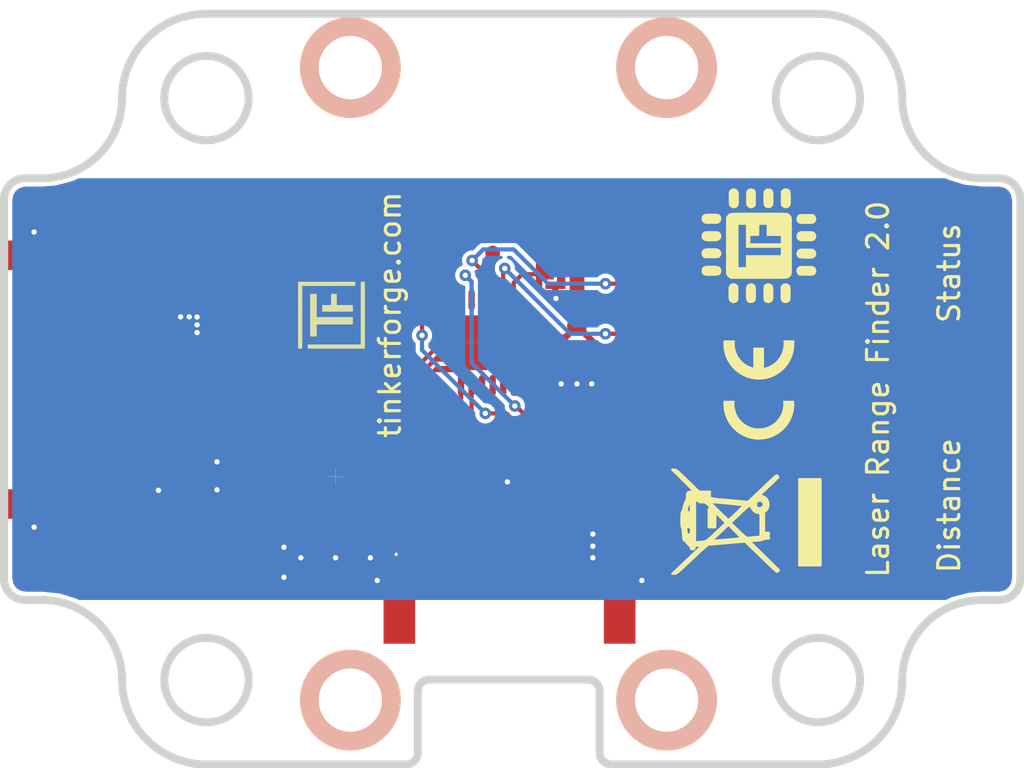
<source format=kicad_pcb>
(kicad_pcb (version 20171130) (host pcbnew 5.0.0-fee4fd1~66~ubuntu16.04.1)
  (title_block (title "Laser Range Finder Bricklet") (rev 1.0) (company "Tinkerforge GmbH") (comment 1 "Licensed under CERN OHL v.1.1") (comment 2 "Copyright (©) 2015, B.Nordmeyer <bastian@tinkerforge.com>"))
  (layers (0 Vorderseite jumper) (31 Rückseite signal) (34 B.Paste user) (35 F.Paste user) (36 B.SilkS user) (37 F.SilkS user) (38 B.Mask user) (39 F.Mask user) (44 Edge.Cuts user))
  (net 0 "")
  (net 1 GND)
  (net 2 +5V)
  (net 3 SCL)
  (net 4 SDA)
  (net 5 "Net-(P1-Pad6)")
  (net 6 ENABLE)
  (net 7 "Net-(C1-Pad1)")
  (net 8 3V3)
  (net 9 "Net-(C6-Pad1)")
  (net 10 "Net-(P1-Pad4)")
  (net 11 "Net-(P1-Pad5)")
  (net 12 "Net-(P2-Pad1)")
  (net 13 "Net-(P3-Pad2)")
  (net 14 "Net-(P4-Pad3)")
  (net 15 S-MISO)
  (net 16 S-MOSI)
  (net 17 S-CLK)
  (net 18 S-CS)
  (net 19 "Net-(RP2-Pad2)")
  (net 20 "Net-(RP2-Pad3)")
  (net 21 "Net-(RP2-Pad6)")
  (net 22 "Net-(RP2-Pad7)")
  (net 23 "Net-(U1-Pad3)")
  (net 24 "Net-(U1-Pad4)")
  (net 25 "Net-(U1-Pad5)")
  (net 26 "Net-(U1-Pad6)")
  (net 27 "Net-(U1-Pad8)")
  (net 28 "Net-(U1-Pad11)")
  (net 29 "Net-(U1-Pad12)")
  (net 30 "Net-(U1-Pad18)")
  (net 31 "Net-(U1-Pad21)")
  (net 32 "Net-(U1-Pad20)")
  (net 33 "Net-(U1-Pad7)")
  (net 34 "Net-(RP2-Pad5)")
  (net 35 "Net-(RP2-Pad8)")
  (net 36 "Net-(RP3-Pad2)")
  (net 37 "Net-(RP3-Pad3)")
  (net 38 "Net-(RP3-Pad6)")
  (net 39 "Net-(RP3-Pad7)")
  (net 40 "Net-(D1-Pad2)")
  (net 41 "Net-(D2-Pad2)")
  (net 42 "Net-(RP3-Pad5)")
  (module JST_GHR_6 (layer Vorderseite) (at 134.425 113.45)
    (fp_text reference P4)
    (fp_text value JST_GHR_6)
    (pad 1 smd rect (at -3.125 -2.35) (size 0.6 1.85) (layers Vorderseite F.Paste F.Mask) (net 9 "Net-(C6-Pad1)"))
    (pad 2 smd rect (at -1.875 -2.35) (size 0.6 1.85) (layers Vorderseite F.Paste F.Mask) (net 6 ENABLE))
    (pad 3 smd rect (at -0.625 -2.35) (size 0.6 1.85) (layers Vorderseite F.Paste F.Mask) (net 14 "Net-(P4-Pad3)"))
    (pad 4 smd rect (at 0.625 -2.35) (size 0.6 1.85) (layers Vorderseite F.Paste F.Mask) (net 3 SCL))
    (pad 5 smd rect (at 1.875 -2.35) (size 0.6 1.85) (layers Vorderseite F.Paste F.Mask) (net 4 SDA))
    (pad 6 smd rect (at 3.125 -2.35) (size 0.6 1.85) (layers Vorderseite F.Paste F.Mask) (net 1 GND))
    (pad EP smd rect (at 5.225 0.925) (size 1.5 2.7) (layers Vorderseite F.Paste F.Mask) (net 1 GND))
    (pad EP smd rect (at -5.225 0.925) (size 1.5 2.7) (layers Vorderseite F.Paste F.Mask) (net 1 GND))
  )
  (module C0402E (layer Vorderseite) (at 119.075 107.8 270)
    (fp_text reference C1)
    (fp_text value 220pF)
    (pad 1 smd rect (at -0.65 0 270) (size 0.7 0.9) (layers Vorderseite F.Paste F.Mask) (net 7 "Net-(C1-Pad1)"))
    (pad 2 smd rect (at 0.65 0 270) (size 0.7 0.9) (layers Vorderseite F.Paste F.Mask) (net 1 GND))
  )
  (module C0603F (layer Vorderseite) (at 137.625 101.4 270)
    (fp_text reference C4)
    (fp_text value 100nF)
    (pad 1 smd rect (at -0.75 0 270) (size 0.9 0.9) (layers Vorderseite F.Paste F.Mask) (net 8 3V3))
    (pad 2 smd rect (at 0.75 0 270) (size 0.9 0.9) (layers Vorderseite F.Paste F.Mask) (net 1 GND))
  )
  (module C0603E (layer Vorderseite) (at 122.15 111.875)
    (fp_text reference C5)
    (fp_text value 1µF)
    (pad 1 smd rect (at -0.8501 0) (size 1.1 1) (layers Vorderseite F.Paste F.Mask) (net 2 +5V))
    (pad 2 smd rect (at 0.8501 0) (size 1.1 1) (layers Vorderseite F.Paste F.Mask) (net 1 GND))
  )
  (module C0603E (layer Vorderseite) (at 122.1 107.75 180)
    (fp_text reference C6)
    (fp_text value 1µF)
    (pad 1 smd rect (at -0.8501 0 180) (size 1.1 1) (layers Vorderseite F.Paste F.Mask) (net 9 "Net-(C6-Pad1)"))
    (pad 2 smd rect (at 0.8501 0 180) (size 1.1 1) (layers Vorderseite F.Paste F.Mask) (net 1 GND))
  )
  (module 3528-21 (layer Vorderseite) (at 126.175 109.2 270)
    (fp_text reference C7)
    (fp_text value 100µF)
    (pad 1 smd rect (at -1.40048 0 270) (size 1.59954 2.79908) (layers Vorderseite F.Paste F.Mask) (net 9 "Net-(C6-Pad1)") (clearance 0.14986))
    (pad 2 smd rect (at 1.40048 0 270) (size 1.59954 2.79908) (layers Vorderseite F.Paste F.Mask) (net 1 GND) (clearance 0.14986))
  )
  (module D0603F (layer Vorderseite) (at 156.8 98.15 270)
    (fp_text reference D1)
    (fp_text value BLUE)
    (pad 1 smd rect (at -0.75 0 270) (size 0.9 0.9) (layers Vorderseite F.Paste F.Mask) (net 8 3V3))
    (pad 2 smd rect (at 0.75 0 270) (size 0.9 0.9) (layers Vorderseite F.Paste F.Mask) (net 40 "Net-(D1-Pad2)"))
  )
  (module CON-SENSOR2 (layer Vorderseite) (at 110.645 103.2 270)
    (fp_text reference P1)
    (fp_text value CON-SENSOR2)
    (pad 1 smd rect (at -3.75 -4.6 270) (size 0.6 1.8) (layers Vorderseite F.Paste F.Mask) (net 2 +5V))
    (pad 2 smd rect (at -2.5 -4.6 270) (size 0.6 1.8) (layers Vorderseite F.Paste F.Mask) (net 1 GND))
    (pad EP smd rect (at -5.9 -1.2 270) (size 1.4 2.4) (layers Vorderseite F.Paste F.Mask) (net 1 GND))
    (pad EP smd rect (at 5.9 -1.2 270) (size 1.4 2.4) (layers Vorderseite F.Paste F.Mask) (net 1 GND))
    (pad 3 smd rect (at -1.25 -4.6 270) (size 0.6 1.8) (layers Vorderseite F.Paste F.Mask) (net 8 3V3))
    (pad 4 smd rect (at 0 -4.6 270) (size 0.6 1.8) (layers Vorderseite F.Paste F.Mask) (net 10 "Net-(P1-Pad4)"))
    (pad 5 smd rect (at 1.25 -4.6 270) (size 0.6 1.8) (layers Vorderseite F.Paste F.Mask) (net 11 "Net-(P1-Pad5)"))
    (pad 6 smd rect (at 2.5 -4.6 270) (size 0.6 1.8) (layers Vorderseite F.Paste F.Mask) (net 5 "Net-(P1-Pad6)"))
    (pad 7 smd rect (at 3.75 -4.6 270) (size 0.6 1.8) (layers Vorderseite F.Paste F.Mask) (net 7 "Net-(C1-Pad1)"))
  )
  (module DEBUG_PAD (layer Vorderseite) (at 133.625 97.2)
    (fp_text reference P2)
    (fp_text value DEBUG)
    (pad 1 smd circle (at 0 0) (size 0.7 0.7) (layers Vorderseite F.Paste F.Mask) (net 12 "Net-(P2-Pad1)"))
  )
  (module SolderJumper (layer Vorderseite) (at 136.375 98.2 180)
    (fp_text reference P3)
    (fp_text value BOOT)
    (pad 2 smd rect (at 0.55 0 180) (size 0.3 1.4) (layers Vorderseite F.Mask) (net 13 "Net-(P3-Pad2)"))
    (pad 2 smd rect (at 0.15 0 180) (size 0.6 0.5) (layers Vorderseite F.Mask) (net 13 "Net-(P3-Pad2)"))
    (pad 1 smd rect (at -0.5 0 180) (size 0.4 1.4) (layers Vorderseite F.Mask) (net 1 GND))
    (pad 1 smd rect (at -0.225 0.55 180) (size 0.95 0.3) (layers Vorderseite F.Mask) (net 1 GND))
    (pad 1 smd rect (at -0.225 -0.55 180) (size 0.95 0.3) (layers Vorderseite F.Mask) (net 1 GND))
  )
  (module 4X0603 (layer Vorderseite) (at 141.225 99.85 270)
    (fp_text reference RP2)
    (fp_text value 1k)
    (pad 1 smd rect (at -1.19888 -0.8509 270) (size 0.44958 0.89916) (layers Vorderseite F.Paste F.Mask) (net 40 "Net-(D1-Pad2)"))
    (pad 2 smd rect (at -0.39878 -0.8509 270) (size 0.44958 0.89916) (layers Vorderseite F.Paste F.Mask) (net 19 "Net-(RP2-Pad2)"))
    (pad 3 smd rect (at 0.39878 -0.8509 270) (size 0.44958 0.89916) (layers Vorderseite F.Paste F.Mask) (net 20 "Net-(RP2-Pad3)"))
    (pad 4 smd rect (at 1.19888 -0.8509 270) (size 0.44958 0.89916) (layers Vorderseite F.Paste F.Mask) (net 41 "Net-(D2-Pad2)"))
    (pad 5 smd rect (at 1.19888 0.8509 270) (size 0.44958 0.89916) (layers Vorderseite F.Paste F.Mask) (net 34 "Net-(RP2-Pad5)"))
    (pad 6 smd rect (at 0.39878 0.8509 270) (size 0.44958 0.89916) (layers Vorderseite F.Paste F.Mask) (net 21 "Net-(RP2-Pad6)"))
    (pad 7 smd rect (at -0.39878 0.8509 270) (size 0.44958 0.89916) (layers Vorderseite F.Paste F.Mask) (net 22 "Net-(RP2-Pad7)"))
    (pad 8 smd rect (at -1.19888 0.8509 270) (size 0.44958 0.89916) (layers Vorderseite F.Paste F.Mask) (net 35 "Net-(RP2-Pad8)"))
  )
  (module QFN24-4x4mm-0.5mm (layer Vorderseite) (at 133.375 101.45 90)
    (fp_text reference U1)
    (fp_text value XMC1XXX24)
    (pad 1 smd oval (at -2.025 -1.25 90) (size 1 0.3) (layers Vorderseite F.Paste F.Mask) (net 15 S-MISO))
    (pad 2 smd oval (at -2.025 -0.75 90) (size 1 0.3) (layers Vorderseite F.Paste F.Mask) (net 6 ENABLE))
    (pad 3 smd oval (at -2.025 -0.25 90) (size 1 0.3) (layers Vorderseite F.Paste F.Mask) (net 23 "Net-(U1-Pad3)"))
    (pad 4 smd oval (at -2.025 0.25 90) (size 1 0.3) (layers Vorderseite F.Paste F.Mask) (net 24 "Net-(U1-Pad4)"))
    (pad 5 smd oval (at -2.025 0.75 90) (size 1 0.3) (layers Vorderseite F.Paste F.Mask) (net 25 "Net-(U1-Pad5)"))
    (pad 6 smd oval (at -2.025 1.25 90) (size 1 0.3) (layers Vorderseite F.Paste F.Mask) (net 26 "Net-(U1-Pad6)"))
    (pad 7 smd oval (at -1.25 2.025 180) (size 1 0.3) (layers Vorderseite F.Paste F.Mask) (net 33 "Net-(U1-Pad7)"))
    (pad 8 smd oval (at -0.75 2.025 180) (size 1 0.3) (layers Vorderseite F.Paste F.Mask) (net 27 "Net-(U1-Pad8)"))
    (pad 9 smd oval (at -0.25 2.025 180) (size 1 0.3) (layers Vorderseite F.Paste F.Mask) (net 1 GND))
    (pad 10 smd oval (at 0.25 2.025 180) (size 1 0.3) (layers Vorderseite F.Paste F.Mask) (net 8 3V3))
    (pad 11 smd oval (at 0.75 2.025 180) (size 1 0.3) (layers Vorderseite F.Paste F.Mask) (net 28 "Net-(U1-Pad11)"))
    (pad 12 smd oval (at 1.25 2.025 180) (size 1 0.3) (layers Vorderseite F.Paste F.Mask) (net 29 "Net-(U1-Pad12)"))
    (pad 13 smd oval (at 2.025 1.25 90) (size 1 0.3) (layers Vorderseite F.Paste F.Mask) (net 13 "Net-(P3-Pad2)"))
    (pad 14 smd oval (at 2.025 0.75 90) (size 1 0.3) (layers Vorderseite F.Paste F.Mask) (net 34 "Net-(RP2-Pad5)"))
    (pad 15 smd oval (at 2.025 0.25 90) (size 1 0.3) (layers Vorderseite F.Paste F.Mask) (net 12 "Net-(P2-Pad1)"))
    (pad 16 smd oval (at 2.025 -0.25 90) (size 1 0.3) (layers Vorderseite F.Paste F.Mask) (net 35 "Net-(RP2-Pad8)"))
    (pad 17 smd oval (at 2.025 -0.75 90) (size 1 0.3) (layers Vorderseite F.Paste F.Mask) (net 4 SDA))
    (pad 18 smd oval (at 2.025 -1.25 90) (size 1 0.3) (layers Vorderseite F.Paste F.Mask) (net 30 "Net-(U1-Pad18)"))
    (pad 19 smd oval (at 1.25 -2.025 180) (size 1 0.3) (layers Vorderseite F.Paste F.Mask) (net 3 SCL))
    (pad 20 smd oval (at 0.75 -2.025 180) (size 1 0.3) (layers Vorderseite F.Paste F.Mask) (net 32 "Net-(U1-Pad20)"))
    (pad 21 smd oval (at 0.25 -2.025 180) (size 1 0.3) (layers Vorderseite F.Paste F.Mask) (net 31 "Net-(U1-Pad21)"))
    (pad 22 smd oval (at -0.25 -2.025 180) (size 1 0.3) (layers Vorderseite F.Paste F.Mask) (net 18 S-CS))
    (pad 23 smd oval (at -0.75 -2.025 180) (size 1 0.3) (layers Vorderseite F.Paste F.Mask) (net 17 S-CLK))
    (pad 24 smd oval (at -1.25 -2.025 180) (size 1 0.3) (layers Vorderseite F.Paste F.Mask) (net 16 S-MOSI))
    (pad EXP smd rect (at 0.65 0.65 90) (size 1.3 1.3) (layers Vorderseite F.Paste F.Mask) (net 1 GND))
    (pad EXP smd rect (at 0.65 -0.65 90) (size 1.3 1.3) (layers Vorderseite F.Paste F.Mask) (net 1 GND))
    (pad EXP smd rect (at -0.65 0.65 90) (size 1.3 1.3) (layers Vorderseite F.Paste F.Mask) (net 1 GND))
    (pad EXP smd rect (at -0.65 -0.65 90) (size 1.3 1.3) (layers Vorderseite F.Paste F.Mask) (net 1 GND))
  )
  (module D0603F (layer Vorderseite) (at 156.8 109.175 270)
    (fp_text reference D2)
    (fp_text value GREEN)
    (pad 1 smd rect (at -0.75 0 270) (size 0.9 0.9) (layers Vorderseite F.Paste F.Mask) (net 8 3V3))
    (pad 2 smd rect (at 0.75 0 270) (size 0.9 0.9) (layers Vorderseite F.Paste F.Mask) (net 41 "Net-(D2-Pad2)"))
  )
  (module 4X0603 (layer Vorderseite) (at 138.275 106.35 180)
    (fp_text reference RP3)
    (fp_text value 1k)
    (pad 1 smd rect (at -1.19888 -0.8509 180) (size 0.44958 0.89916) (layers Vorderseite F.Paste F.Mask) (net 4 SDA))
    (pad 2 smd rect (at -0.39878 -0.8509 180) (size 0.44958 0.89916) (layers Vorderseite F.Paste F.Mask) (net 36 "Net-(RP3-Pad2)"))
    (pad 3 smd rect (at 0.39878 -0.8509 180) (size 0.44958 0.89916) (layers Vorderseite F.Paste F.Mask) (net 37 "Net-(RP3-Pad3)"))
    (pad 4 smd rect (at 1.19888 -0.8509 180) (size 0.44958 0.89916) (layers Vorderseite F.Paste F.Mask) (net 3 SCL))
    (pad 5 smd rect (at 1.19888 0.8509 180) (size 0.44958 0.89916) (layers Vorderseite F.Paste F.Mask) (net 42 "Net-(RP3-Pad5)"))
    (pad 6 smd rect (at 0.39878 0.8509 180) (size 0.44958 0.89916) (layers Vorderseite F.Paste F.Mask) (net 38 "Net-(RP3-Pad6)"))
    (pad 7 smd rect (at -0.39878 0.8509 180) (size 0.44958 0.89916) (layers Vorderseite F.Paste F.Mask) (net 39 "Net-(RP3-Pad7)"))
    (pad 8 smd rect (at -1.19888 0.8509 180) (size 0.44958 0.89916) (layers Vorderseite F.Paste F.Mask) (net 42 "Net-(RP3-Pad5)"))
  )
  (module R0603E (layer Vorderseite) (at 133.425 106.75)
    (fp_text reference R1)
    (fp_text value 1k)
    (pad 1 smd rect (at -0.8501 0) (size 1.1 1) (layers Vorderseite F.Paste F.Mask) (net 6 ENABLE))
    (pad 2 smd rect (at 0.8501 0) (size 1.1 1) (layers Vorderseite F.Paste F.Mask) (net 1 GND))
  )
  (module DRILL_NP (layer Vorderseite) (at 126.875 118.4)
    (fp_text reference U2 hide)
    (fp_text value DRILL hide)
    (pad "" np_thru_hole circle (at 0 0) (size 2.99974 2.99974) (drill 2.99974) (layers *.Cu *.Mask F.SilkS) (clearance 0.89916))
  )
  (module DRILL_NP (layer Vorderseite) (at 141.875 118.4)
    (fp_text reference U3 hide)
    (fp_text value DRILL hide)
    (pad "" np_thru_hole circle (at 0 0) (size 2.99974 2.99974) (drill 2.99974) (layers *.Cu *.Mask F.SilkS) (clearance 0.89916))
  )
  (module DRILL_NP (layer Vorderseite) (at 126.875 88.4)
    (fp_text reference U4 hide)
    (fp_text value DRILL hide)
    (pad "" np_thru_hole circle (at 0 0) (size 2.99974 2.99974) (drill 2.99974) (layers *.Cu *.Mask F.SilkS) (clearance 0.89916))
  )
  (module DRILL_NP (layer Vorderseite) (at 141.875 88.4)
    (fp_text reference U5 hide)
    (fp_text value DRILL hide)
    (pad "" np_thru_hole circle (at 0 0) (size 2.99974 2.99974) (drill 2.99974) (layers *.Cu *.Mask F.SilkS) (clearance 0.89916))
  )
  (module kicad-libraries:Logo_31x31 (layer Vorderseite) (at 124.4 101.725 90)
    (fp_text reference G*** hide)
    (fp_text value Logo_31x31 hide)
  )
  (module kicad-libraries:CE_5mm (layer Vorderseite) (at 146.25 103.65 90)
    (fp_text reference VAL hide)
    (fp_text value CE_5mm hide)
  )
  (module kicad-libraries:WEEE_7mm (layer Vorderseite) (at 145.65 109.95 90)
    (fp_text reference VAL hide)
    (fp_text value WEEE_7mm hide)
  )
  (module kicad-libraries:Logo_CoMCU (layer Vorderseite) (at 146.25 96.85 90)
    (fp_text reference G*** hide)
    (fp_text value LOGO hide)
  )
  (module C0805E (layer Vorderseite) (at 117.585 101.3 90)
    (fp_text reference C2)
    (fp_text value 10uF)
    (pad 1 smd rect (at -0.95 0 90) (size 1.3 1.5) (layers Vorderseite F.Paste F.Mask) (net 8 3V3) (clearance 0.14986))
    (pad 2 smd rect (at 0.95 0 90) (size 1.3 1.5) (layers Vorderseite F.Paste F.Mask) (net 1 GND) (clearance 0.14986))
  )
  (module C0603F (layer Vorderseite) (at 119.145 101.35 90)
    (fp_text reference C3)
    (fp_text value 1uF)
    (pad 1 smd rect (at -0.75 0 90) (size 0.9 0.9) (layers Vorderseite F.Paste F.Mask) (net 8 3V3))
    (pad 2 smd rect (at 0.75 0 90) (size 0.9 0.9) (layers Vorderseite F.Paste F.Mask) (net 1 GND))
  )
  (module R0603E (layer Vorderseite) (at 122.15 109.925)
    (fp_text reference L1)
    (fp_text value FB-2)
    (pad 1 smd rect (at -0.8501 0) (size 1.1 1) (layers Vorderseite F.Paste F.Mask) (net 2 +5V))
    (pad 2 smd rect (at 0.8501 0) (size 1.1 1) (layers Vorderseite F.Paste F.Mask) (net 9 "Net-(C6-Pad1)"))
  )
  (module 4X0402 (layer Vorderseite) (at 119.495 105 270)
    (fp_text reference RP1)
    (fp_text value 82)
    (pad 1 smd rect (at -0.7493 0.575 90) (size 0.29972 0.65) (layers Vorderseite F.Paste F.Mask) (net 10 "Net-(P1-Pad4)"))
    (pad 2 smd rect (at -0.24892 0.575 90) (size 0.29972 0.65) (layers Vorderseite F.Paste F.Mask) (net 11 "Net-(P1-Pad5)"))
    (pad 3 smd rect (at 0.24892 0.575 90) (size 0.29972 0.65) (layers Vorderseite F.Paste F.Mask) (net 5 "Net-(P1-Pad6)"))
    (pad 4 smd rect (at 0.7493 0.575 90) (size 0.29972 0.65) (layers Vorderseite F.Paste F.Mask) (net 7 "Net-(C1-Pad1)"))
    (pad 5 smd rect (at 0.7493 -0.575 270) (size 0.29972 0.65) (layers Vorderseite F.Paste F.Mask) (net 15 S-MISO))
    (pad 6 smd rect (at 0.24892 -0.575 270) (size 0.29972 0.65) (layers Vorderseite F.Paste F.Mask) (net 16 S-MOSI))
    (pad 7 smd rect (at -0.24892 -0.575 270) (size 0.29972 0.65) (layers Vorderseite F.Paste F.Mask) (net 17 S-CLK))
    (pad 8 smd rect (at -0.7493 -0.575 270) (size 0.29972 0.65) (layers Vorderseite F.Paste F.Mask) (net 18 S-CS))
  )
  (gr_text tinkerforge.com (at 128.75 100.125 90) (layer F.SilkS) (effects (font (size 1 1))))
  (gr_text "Laser Range Finder 2.0" (at 151.9 103.65 90) (layer F.SilkS) (effects (font (size 1 1))))
  (gr_text Distance (at 155.275 109.175 90) (layer F.SilkS) (effects (font (size 1 1))))
  (gr_text Status (at 155.275 98.15 90) (layer F.SilkS) (effects (font (size 1 1))))
  (gr_line (start 129.525 121.45) (end 120.05 121.45) (angle 90) (layer Edge.Cuts) (width 0.381))
  (gr_line (start 130.075 117.975) (end 130.075 120.9) (angle 90) (layer Edge.Cuts) (width 0.381))
  (gr_arc (start 129.525 120.9) (end 130.075 120.9) (angle 90) (layer Edge.Cuts) (width 0.381))
  (gr_line (start 139.25 121.45) (end 149.05 121.45) (angle 90) (layer Edge.Cuts) (width 0.381))
  (gr_line (start 138.7 117.975) (end 138.7 120.9) (angle 90) (layer Edge.Cuts) (width 0.381))
  (gr_line (start 130.625 117.425) (end 138.15 117.425) (angle 90) (layer Edge.Cuts) (width 0.381))
  (gr_arc (start 139.25 120.9) (end 139.25 121.45) (angle 90) (layer Edge.Cuts) (width 0.381))
  (gr_arc (start 138.15 117.975) (end 138.15 117.425) (angle 90) (layer Edge.Cuts) (width 0.381))
  (gr_arc (start 130.625 117.975) (end 130.075 117.975) (angle 90) (layer Edge.Cuts) (width 0.381))
  (gr_arc (start 149.05 117.45) (end 153.05 117.45) (angle 90) (layer Edge.Cuts) (width 0.381))
  (gr_arc (start 120.05 117.45) (end 120.05 121.45) (angle 90) (layer Edge.Cuts) (width 0.381))
  (gr_arc (start 112.25 117.45) (end 112.25 113.65) (angle 90) (layer Edge.Cuts) (width 0.381))
  (gr_line (start 120.05 85.85) (end 149.05 85.85) (angle 90) (layer Edge.Cuts) (width 0.381))
  (gr_line (start 112.25 113.65) (end 111.45 113.65) (angle 90) (layer Edge.Cuts) (width 0.381))
  (gr_line (start 157.65 113.65) (end 156.85 113.65) (angle 90) (layer Edge.Cuts) (width 0.381))
  (gr_line (start 158.65 94.65) (end 158.65 112.65) (angle 90) (layer Edge.Cuts) (width 0.381))
  (gr_line (start 156.85 93.65) (end 157.65 93.65) (angle 90) (layer Edge.Cuts) (width 0.381))
  (gr_line (start 111.45 93.65) (end 112.25 93.65) (angle 90) (layer Edge.Cuts) (width 0.381))
  (gr_line (start 110.45 112.65) (end 110.45 94.65) (angle 90) (layer Edge.Cuts) (width 0.381))
  (gr_arc (start 111.45 112.65) (end 111.45 113.65) (angle 90) (layer Edge.Cuts) (width 0.381))
  (gr_arc (start 157.65 112.65) (end 158.65 112.65) (angle 90) (layer Edge.Cuts) (width 0.381))
  (gr_arc (start 157.65 94.65) (end 157.65 93.65) (angle 90) (layer Edge.Cuts) (width 0.381))
  (gr_arc (start 111.45 94.65) (end 110.45 94.65) (angle 90) (layer Edge.Cuts) (width 0.381))
  (gr_arc (start 156.85 117.45) (end 153.05 117.45) (angle 90) (layer Edge.Cuts) (width 0.381))
  (gr_arc (start 112.25 89.85) (end 116.05 89.85) (angle 90) (layer Edge.Cuts) (width 0.381))
  (gr_arc (start 156.85 89.85) (end 156.85 93.65) (angle 90) (layer Edge.Cuts) (width 0.381))
  (gr_arc (start 149.05 89.85) (end 149.05 85.85) (angle 90) (layer Edge.Cuts) (width 0.381))
  (gr_arc (start 120.05 89.85) (end 116.05 89.85) (angle 90) (layer Edge.Cuts) (width 0.381))
  (gr_circle (center 149.05 117.45) (end 151.05 117.45) (layer Edge.Cuts) (width 0.381))
  (gr_circle (center 120.05 117.45) (end 118.05 117.45) (layer Edge.Cuts) (width 0.381))
  (gr_circle (center 149.05 89.85) (end 151.05 89.85) (layer Edge.Cuts) (width 0.381))
  (gr_circle (center 120.05 89.85) (end 122.05 89.85) (layer Edge.Cuts) (width 0.381))
  (via (at 111.875 96.2) (size 0.55) (drill 0.25) (layers Vorderseite Rückseite) (net 1))
  (via (at 111.875 110.2) (size 0.55) (drill 0.25) (layers Vorderseite Rückseite) (net 1))
  (segment (start 136.875 98.2) (end 136.875 98.75) (width 0.2) (layer Vorderseite) (net 1))
  (segment (start 136.875 98.75) (end 136.6 98.75) (width 0.2) (layer Vorderseite) (net 1))
  (segment (start 136.6 97.65) (end 136.875 97.65) (width 0.2) (layer Vorderseite) (net 1))
  (segment (start 136.875 97.65) (end 136.9 97.675) (width 0.2) (layer Vorderseite) (net 1))
  (segment (start 136.9 97.675) (end 136.9 98.225) (width 0.2) (layer Vorderseite) (net 1))
  (segment (start 136.9 98.225) (end 136.875 98.2) (width 0.2) (layer Vorderseite) (net 1))
  (segment (start 132.725 100.8) (end 134.025 100.8) (width 0.2) (layer Vorderseite) (net 1))
  (segment (start 134.025 100.8) (end 134.025 102.1) (width 0.2) (layer Vorderseite) (net 1))
  (segment (start 134.025 102.1) (end 132.725 102.1) (width 0.2) (layer Vorderseite) (net 1))
  (segment (start 132.725 102.1) (end 132.725 100.8) (width 0.2) (layer Vorderseite) (net 1))
  (segment (start 135.4 101.7) (end 134.425 101.7) (width 0.3) (layer Vorderseite) (net 1))
  (segment (start 134.425 101.7) (end 134.025 102.1) (width 0.3) (layer Vorderseite) (net 1))
  (segment (start 121.2499 107.75) (end 121.225 107.75) (width 0.29972) (layer Vorderseite) (net 1))
  (segment (start 121.225 107.75) (end 120.55 108.425) (width 0.29972) (layer Vorderseite) (net 1))
  (via (at 120.55 108.425) (size 0.55) (drill 0.25) (layers Vorderseite Rückseite) (net 1))
  (segment (start 121.2499 107.75) (end 121.2 107.75) (width 0.29972) (layer Vorderseite) (net 1))
  (segment (start 121.2 107.75) (end 120.55 107.1) (width 0.29972) (layer Vorderseite) (net 1))
  (via (at 120.55 107.1) (size 0.55) (drill 0.25) (layers Vorderseite Rückseite) (net 1))
  (segment (start 126.175 110.60048) (end 125.57452 110.60048) (width 0.29972) (layer Vorderseite) (net 1))
  (segment (start 125.57452 110.60048) (end 124.525 111.65) (width 0.29972) (layer Vorderseite) (net 1))
  (via (at 124.525 111.65) (size 0.55) (drill 0.25) (layers Vorderseite Rückseite) (net 1))
  (segment (start 126.175 110.60048) (end 126.175 111.65) (width 0.29972) (layer Vorderseite) (net 1))
  (via (at 126.175 111.65) (size 0.55) (drill 0.25) (layers Vorderseite Rückseite) (net 1))
  (segment (start 126.175 110.60048) (end 125.54952 110.60048) (width 0.29972) (layer Vorderseite) (net 1))
  (segment (start 126.175 110.60048) (end 126.77548 110.60048) (width 0.29972) (layer Vorderseite) (net 1))
  (segment (start 126.77548 110.60048) (end 127.825 111.65) (width 0.29972) (layer Vorderseite) (net 1))
  (via (at 127.825 111.65) (size 0.55) (drill 0.25) (layers Vorderseite Rückseite) (net 1))
  (segment (start 123.0001 111.875) (end 123.0001 111.8749) (width 0.29972) (layer Vorderseite) (net 1))
  (segment (start 123.0001 111.8749) (end 123.725 111.15) (width 0.29972) (layer Vorderseite) (net 1))
  (via (at 123.725 111.15) (size 0.55) (drill 0.25) (layers Vorderseite Rückseite) (net 1))
  (segment (start 123.0001 111.875) (end 123.025 111.875) (width 0.29972) (layer Vorderseite) (net 1))
  (segment (start 123.025 111.875) (end 123.725 112.575) (width 0.29972) (layer Vorderseite) (net 1))
  (via (at 123.725 112.575) (size 0.55) (drill 0.25) (layers Vorderseite Rückseite) (net 1))
  (segment (start 121.2499 107.75) (end 121.2499 107.7499) (width 0.29972) (layer Vorderseite) (net 1))
  (segment (start 121.2499 107.75) (end 121.2499 107.8001) (width 0.29972) (layer Vorderseite) (net 1))
  (segment (start 137.825 111.1) (end 138.375 111.65) (width 0.5) (layer Vorderseite) (net 1))
  (via (at 138.375 111.65) (size 0.55) (drill 0.25) (layers Vorderseite Rückseite) (net 1))
  (segment (start 137.825 111.1) (end 137.55 111.1) (width 0.5) (layer Vorderseite) (net 1))
  (segment (start 137.55 111.1) (end 137.55 111.25) (width 0.5) (layer Vorderseite) (net 1))
  (segment (start 137.55 111.1) (end 137.8 111.1) (width 0.5) (layer Vorderseite) (net 1))
  (segment (start 137.8 111.1) (end 138.375 110.525) (width 0.5) (layer Vorderseite) (net 1))
  (via (at 138.375 110.525) (size 0.55) (drill 0.25) (layers Vorderseite Rückseite) (net 1))
  (segment (start 137.55 111.1) (end 138.375 111.1) (width 0.5) (layer Vorderseite) (net 1))
  (via (at 138.375 111.1) (size 0.55) (drill 0.25) (layers Vorderseite Rückseite) (net 1))
  (segment (start 134.3251 106.65) (end 134.3251 108.0499) (width 0.7) (layer Vorderseite) (net 1))
  (via (at 134.325 108.05) (size 0.55) (drill 0.25) (layers Vorderseite Rückseite) (net 1))
  (segment (start 134.3251 108.0499) (end 134.325 108.05) (width 0.7) (layer Vorderseite) (net 1))
  (segment (start 119.075 108.45) (end 117.775 108.45) (width 0.7) (layer Vorderseite) (net 1))
  (via (at 117.775 108.45) (size 0.55) (drill 0.25) (layers Vorderseite Rückseite) (net 1))
  (segment (start 134.425 101.7) (end 134.025 102.1) (width 0.2) (layer Vorderseite) (net 1))
  (segment (start 136.6 98.75) (end 136.6 99.325) (width 0.29972) (layer Vorderseite) (net 1))
  (via (at 136.625 99.35) (size 0.55) (drill 0.25) (layers Vorderseite Rückseite) (net 1))
  (segment (start 136.6 99.325) (end 136.625 99.35) (width 0.29972) (layer Vorderseite) (net 1))
  (segment (start 135.4 101.7) (end 137.175 101.7) (width 0.3) (layer Vorderseite) (net 1))
  (segment (start 137.175 101.7) (end 137.625 102.15) (width 0.3) (layer Vorderseite) (net 1))
  (segment (start 138.325 103.4) (end 138.325 103.3) (width 0.7) (layer Vorderseite) (net 1))
  (segment (start 138.325 103.3) (end 137.625 102.6) (width 0.7) (layer Vorderseite) (net 1))
  (via (at 138.325 103.4) (size 0.55) (drill 0.25) (layers Vorderseite Rückseite) (net 1))
  (segment (start 137.625 102.6) (end 137.625 102.65) (width 0.7) (layer Vorderseite) (net 1))
  (segment (start 137.625 102.15) (end 137.625 103.4) (width 0.7) (layer Vorderseite) (net 1))
  (via (at 137.625 103.4) (size 0.55) (drill 0.25) (layers Vorderseite Rückseite) (net 1))
  (segment (start 137.625 102.15) (end 137.625 102.6) (width 0.7) (layer Vorderseite) (net 1))
  (segment (start 137.625 102.15) (end 137.625 102.65) (width 0.7) (layer Vorderseite) (net 1))
  (via (at 136.875 103.4) (size 0.55) (drill 0.25) (layers Vorderseite Rückseite) (net 1))
  (segment (start 137.625 102.65) (end 136.875 103.4) (width 0.7) (layer Vorderseite) (net 1))
  (via (at 140.7 112.725) (size 0.55) (drill 0.25) (layers Vorderseite Rückseite) (net 1))
  (segment (start 139.65 113.775) (end 140.7 112.725) (width 0.3) (layer Vorderseite) (net 1))
  (segment (start 139.65 114.375) (end 139.65 113.775) (width 0.3) (layer Vorderseite) (net 1))
  (segment (start 129.2 114.375) (end 129.2 113.575) (width 0.3) (layer Vorderseite) (net 1))
  (segment (start 129.2 114.375) (end 129.2 113.775) (width 0.3) (layer Vorderseite) (net 1))
  (via (at 128.15 112.725) (size 0.55) (drill 0.25) (layers Vorderseite Rückseite) (net 1))
  (segment (start 129.2 113.775) (end 128.15 112.725) (width 0.3) (layer Vorderseite) (net 1))
  (segment (start 114.845 100.7) (end 114.835 100.69) (width 0.7) (layer Vorderseite) (net 1))
  (segment (start 118.675 100.7) (end 114.845 100.7) (width 0.7) (layer Vorderseite) (net 1))
  (segment (start 111.875 109.21) (end 111.875 110.2) (width 0.5) (layer Vorderseite) (net 1))
  (segment (start 111.795 109.13) (end 111.875 109.21) (width 0.5) (layer Vorderseite) (net 1))
  (segment (start 111.875 97.19) (end 111.875 96.2) (width 0.5) (layer Vorderseite) (net 1))
  (segment (start 111.615 97.45) (end 111.875 97.19) (width 0.5) (layer Vorderseite) (net 1))
  (segment (start 111.845 97.38) (end 111.925 97.3) (width 0.5) (layer Vorderseite) (net 1))
  (segment (start 112.035 97.38) (end 111.845 97.38) (width 0.5) (layer Vorderseite) (net 1))
  (via (at 118.825 100.22) (size 0.55) (drill 0.25) (layers Vorderseite Rückseite) (net 1))
  (via (at 119.235 100.22) (size 0.55) (drill 0.25) (layers Vorderseite Rückseite) (net 1))
  (via (at 119.605 100.23) (size 0.55) (drill 0.25) (layers Vorderseite Rückseite) (net 1))
  (via (at 119.605 100.6) (size 0.55) (drill 0.25) (layers Vorderseite Rückseite) (net 1))
  (via (at 119.605 100.97) (size 0.55) (drill 0.25) (layers Vorderseite Rückseite) (net 1))
  (segment (start 119.595 100.22) (end 119.605 100.23) (width 0.5) (layer Vorderseite) (net 1))
  (segment (start 118.825 100.22) (end 119.595 100.22) (width 0.5) (layer Vorderseite) (net 1))
  (segment (start 119.605 100.23) (end 119.605 100.97) (width 0.5) (layer Vorderseite) (net 1))
  (segment (start 119.455 100.97) (end 119.125 100.64) (width 0.5) (layer Vorderseite) (net 1))
  (segment (start 119.605 100.97) (end 119.455 100.97) (width 0.5) (layer Vorderseite) (net 1))
  (segment (start 118.825 100.34) (end 119.125 100.64) (width 0.5) (layer Vorderseite) (net 1))
  (segment (start 118.825 100.22) (end 118.825 100.34) (width 0.5) (layer Vorderseite) (net 1))
  (segment (start 121.3499 109.925) (end 121.3499 111.825) (width 0.7) (layer Vorderseite) (net 2))
  (segment (start 121.3499 111.825) (end 121.2999 111.875) (width 0.7) (layer Vorderseite) (net 2))
  (segment (start 119.075 111.9501) (end 121.2248 111.9501) (width 0.7) (layer Vorderseite) (net 2))
  (segment (start 121.2248 111.9501) (end 121.2999 111.875) (width 0.7) (layer Vorderseite) (net 2))
  (segment (start 119.1251 111.9) (end 119.075 111.9501) (width 0.50038) (layer Vorderseite) (net 2))
  (segment (start 114.595 99.46) (end 115.805 99.46) (width 0.7) (layer Vorderseite) (net 2))
  (segment (start 114.165 99.46) (end 114.595 99.46) (width 0.7) (layer Vorderseite) (net 2))
  (segment (start 119.075 111.9501) (end 118.1251 111.9501) (width 0.7) (layer Vorderseite) (net 2))
  (segment (start 114.435 108.26) (end 114.435 108.240002) (width 0.7) (layer Vorderseite) (net 2))
  (segment (start 118.1251 111.9501) (end 114.435 108.26) (width 0.7) (layer Vorderseite) (net 2))
  (segment (start 114.435 108.240002) (end 113.405 107.210002) (width 0.7) (layer Vorderseite) (net 2))
  (segment (start 113.405 107.210002) (end 113.405 100.22) (width 0.7) (layer Vorderseite) (net 2))
  (segment (start 113.405 100.22) (end 114.165 99.46) (width 0.7) (layer Vorderseite) (net 2))
  (segment (start 135 111.225) (end 135 111.95) (width 0.2) (layer Vorderseite) (net 3))
  (segment (start 137.07612 107.2009) (end 137.07612 107.57388) (width 0.2) (layer Vorderseite) (net 3))
  (segment (start 137.07612 107.57388) (end 135.05 109.6) (width 0.2) (layer Vorderseite) (net 3))
  (segment (start 135.05 109.6) (end 135.05 111.1) (width 0.2) (layer Vorderseite) (net 3))
  (segment (start 130.675 100.2) (end 131.35 100.2) (width 0.2) (layer Vorderseite) (net 3))
  (segment (start 130.275 100.6) (end 130.675 100.2) (width 0.2) (layer Vorderseite) (net 3))
  (segment (start 130.275 101.1) (end 130.275 100.6) (width 0.2) (layer Vorderseite) (net 3))
  (via (at 130.275 101.1) (size 0.55) (drill 0.25) (layers Vorderseite Rückseite) (net 3))
  (segment (start 130.275 101.8) (end 130.275 101.1) (width 0.2) (layer Rückseite) (net 3))
  (segment (start 133.275 104.8) (end 130.275 101.8) (width 0.2) (layer Rückseite) (net 3))
  (via (at 133.275 104.8) (size 0.55) (drill 0.25) (layers Vorderseite Rückseite) (net 3))
  (segment (start 134.275 104.8) (end 133.275 104.8) (width 0.2) (layer Vorderseite) (net 3))
  (segment (start 136.6759 107.2009) (end 134.275 104.8) (width 0.2) (layer Vorderseite) (net 3))
  (segment (start 137.07612 107.2009) (end 136.6759 107.2009) (width 0.2) (layer Vorderseite) (net 3))
  (segment (start 136.25 110.975) (end 136.25 111.95) (width 0.2) (layer Vorderseite) (net 4))
  (segment (start 139.47388 107.2009) (end 139.47388 107.70112) (width 0.2) (layer Vorderseite) (net 4))
  (segment (start 136.175 109.975) (end 136.175 111.1) (width 0.2) (layer Vorderseite) (net 4))
  (segment (start 136.9 109.25) (end 136.175 109.975) (width 0.2) (layer Vorderseite) (net 4))
  (segment (start 137.925 109.25) (end 136.9 109.25) (width 0.2) (layer Vorderseite) (net 4))
  (segment (start 139.47388 107.70112) (end 137.925 109.25) (width 0.2) (layer Vorderseite) (net 4))
  (segment (start 132.625 102.4) (end 132.625 98.55) (width 0.2) (layer Rückseite) (net 4))
  (segment (start 134.675 104.45) (end 132.625 102.4) (width 0.2) (layer Rückseite) (net 4))
  (via (at 134.675 104.45) (size 0.55) (drill 0.25) (layers Vorderseite Rückseite) (net 4))
  (segment (start 134.725 104.45) (end 134.675 104.45) (width 0.2) (layer Vorderseite) (net 4))
  (segment (start 132.625 99.425) (end 132.625 98.55) (width 0.2) (layer Vorderseite) (net 4))
  (segment (start 132.625 98.55) (end 132.325 98.25) (width 0.2) (layer Vorderseite) (net 4))
  (via (at 132.325 98.25) (size 0.55) (drill 0.25) (layers Vorderseite Rückseite) (net 4))
  (segment (start 132.325 98.25) (end 132.625 98.55) (width 0.2) (layer Rückseite) (net 4))
  (segment (start 139.47388 107.2009) (end 139.47388 106.54888) (width 0.2) (layer Vorderseite) (net 4))
  (segment (start 136.625 106.35) (end 134.725 104.45) (width 0.2) (layer Vorderseite) (net 4))
  (segment (start 139.275 106.35) (end 136.625 106.35) (width 0.2) (layer Vorderseite) (net 4))
  (segment (start 139.47388 106.54888) (end 139.275 106.35) (width 0.2) (layer Vorderseite) (net 4))
  (segment (start 118.395 105.24892) (end 118.92 105.24892) (width 0.2) (layer Vorderseite) (net 5))
  (segment (start 116.79608 105.24892) (end 118.395 105.24892) (width 0.2) (layer Vorderseite) (net 5))
  (segment (start 116.345 105.7) (end 116.79608 105.24892) (width 0.2) (layer Vorderseite) (net 5))
  (segment (start 115.245 105.7) (end 116.345 105.7) (width 0.2) (layer Vorderseite) (net 5))
  (segment (start 132.5749 106.75) (end 132.5749 110.9501) (width 0.2) (layer Vorderseite) (net 6))
  (segment (start 132.5749 110.9501) (end 132.425 111.1) (width 0.2) (layer Vorderseite) (net 6))
  (segment (start 132.625 103.475) (end 132.625 106.6499) (width 0.2) (layer Vorderseite) (net 6))
  (segment (start 132.625 106.6499) (end 132.6249 106.65) (width 0.2) (layer Vorderseite) (net 6))
  (segment (start 132.5 106.8749) (end 132.825 106.5499) (width 0.29972) (layer Vorderseite) (net 6))
  (segment (start 119.075 107.15) (end 119.075 107.1) (width 0.2) (layer Vorderseite) (net 7))
  (segment (start 115.535 106.95) (end 118.875 106.95) (width 0.29972) (layer Vorderseite) (net 7))
  (segment (start 115.505 106.92) (end 115.535 106.95) (width 0.29972) (layer Vorderseite) (net 7))
  (segment (start 118.915 105.7543) (end 118.92 105.7493) (width 0.2) (layer Vorderseite) (net 7))
  (segment (start 119.075 107.15) (end 118.915 106.99) (width 0.2) (layer Vorderseite) (net 7))
  (segment (start 118.915 106.99) (end 118.915 105.7543) (width 0.2) (layer Vorderseite) (net 7))
  (segment (start 156.8 97.4) (end 156.55 97.4) (width 0.29972) (layer Vorderseite) (net 8))
  (segment (start 156.55 97.4) (end 155.1 95.95) (width 0.29972) (layer Vorderseite) (net 8))
  (segment (start 135.475 95.95) (end 135.475 96.15) (width 0.29972) (layer Vorderseite) (net 8))
  (segment (start 155.1 95.95) (end 135.475 95.95) (width 0.29972) (layer Vorderseite) (net 8))
  (segment (start 156.8 97.4) (end 157.15 97.4) (width 0.2) (layer Vorderseite) (net 8))
  (segment (start 157.15 97.4) (end 157.85 98.1) (width 0.2) (layer Vorderseite) (net 8))
  (segment (start 157.85 98.1) (end 157.85 107.375) (width 0.2) (layer Vorderseite) (net 8))
  (segment (start 157.85 107.375) (end 156.8 108.425) (width 0.2) (layer Vorderseite) (net 8))
  (segment (start 135.4 101.2) (end 137.075 101.2) (width 0.3) (layer Vorderseite) (net 8))
  (segment (start 137.075 101.2) (end 137.625 100.65) (width 0.3) (layer Vorderseite) (net 8))
  (segment (start 137.3 100.65) (end 137.625 100.65) (width 0.3) (layer Vorderseite) (net 8))
  (segment (start 139.47388 102.49888) (end 137.625 100.65) (width 0.29972) (layer Vorderseite) (net 8))
  (segment (start 137.625 100.65) (end 137.625 97.15) (width 0.7) (layer Vorderseite) (net 8))
  (segment (start 137.625 97.15) (end 136.625 96.15) (width 0.7) (layer Vorderseite) (net 8))
  (segment (start 136.625 96.15) (end 135.475 96.15) (width 0.7) (layer Vorderseite) (net 8))
  (segment (start 137.875 100.65) (end 137.625 100.65) (width 0.2) (layer Vorderseite) (net 8))
  (segment (start 139.47388 103.55112) (end 139.47388 102.49888) (width 0.29972) (layer Vorderseite) (net 8))
  (segment (start 138.625 104.4) (end 139.47388 103.55112) (width 0.29972) (layer Vorderseite) (net 8))
  (segment (start 137.525 104.4) (end 138.625 104.4) (width 0.29972) (layer Vorderseite) (net 8))
  (segment (start 137.07612 104.84888) (end 137.525 104.4) (width 0.29972) (layer Vorderseite) (net 8))
  (segment (start 137.07612 105.4991) (end 137.07612 104.84888) (width 0.29972) (layer Vorderseite) (net 8))
  (segment (start 139.47388 105.4991) (end 139.47388 103.55112) (width 0.29972) (layer Vorderseite) (net 8))
  (segment (start 125.825 101.95) (end 120.125 101.95) (width 0.7) (layer Vorderseite) (net 8))
  (segment (start 135.475 96.15) (end 131.625 96.15) (width 0.7) (layer Vorderseite) (net 8))
  (segment (start 120.125 101.95) (end 114.775 101.95) (width 0.7) (layer Vorderseite) (net 8))
  (segment (start 131.625 96.15) (end 125.825 101.95) (width 0.7) (layer Vorderseite) (net 8))
  (segment (start 126.175 107.79952) (end 127.99952 107.79952) (width 0.7) (layer Vorderseite) (net 9))
  (segment (start 127.99952 107.79952) (end 131.3 111.1) (width 0.7) (layer Vorderseite) (net 9))
  (segment (start 122.9501 107.75) (end 126.12548 107.75) (width 0.7) (layer Vorderseite) (net 9))
  (segment (start 126.12548 107.75) (end 126.175 107.79952) (width 0.7) (layer Vorderseite) (net 9))
  (segment (start 122.9501 109.925) (end 122.9501 107.75) (width 0.7) (layer Vorderseite) (net 9))
  (segment (start 115.805 103.35) (end 115.645 103.19) (width 0.2) (layer Vorderseite) (net 10))
  (segment (start 115.845 103.2) (end 116.905 104.26) (width 0.2) (layer Vorderseite) (net 10))
  (segment (start 115.245 103.2) (end 115.845 103.2) (width 0.2) (layer Vorderseite) (net 10))
  (segment (start 116.9143 104.2507) (end 118.92 104.2507) (width 0.2) (layer Vorderseite) (net 10))
  (segment (start 116.905 104.26) (end 116.9143 104.2507) (width 0.2) (layer Vorderseite) (net 10))
  (segment (start 118.395 104.75108) (end 118.92 104.75108) (width 0.2) (layer Vorderseite) (net 11))
  (segment (start 116.901092 104.75108) (end 118.395 104.75108) (width 0.2) (layer Vorderseite) (net 11))
  (segment (start 116.600012 104.45) (end 116.901092 104.75108) (width 0.2) (layer Vorderseite) (net 11))
  (segment (start 115.245 104.45) (end 116.600012 104.45) (width 0.2) (layer Vorderseite) (net 11))
  (segment (start 133.625 97.2) (end 133.625 99.425) (width 0.2) (layer Vorderseite) (net 12))
  (segment (start 133.625 97.75) (end 133.625 99.425) (width 0.2) (layer Vorderseite) (net 12))
  (segment (start 134.625 99.425) (end 134.625 98.6) (width 0.2) (layer Vorderseite) (net 13))
  (segment (start 135.025 98.2) (end 136.225 98.2) (width 0.2) (layer Vorderseite) (net 13))
  (segment (start 134.625 98.6) (end 135.025 98.2) (width 0.2) (layer Vorderseite) (net 13))
  (segment (start 135.825 98.2) (end 135.825 98.225) (width 0.2) (layer Vorderseite) (net 13))
  (segment (start 120.595 105.7493) (end 120.07 105.7493) (width 0.2) (layer Vorderseite) (net 15))
  (segment (start 131.0457 105.7493) (end 120.595 105.7493) (width 0.2) (layer Vorderseite) (net 15))
  (segment (start 132.125 103.475) (end 132.125 104.67) (width 0.2) (layer Vorderseite) (net 15))
  (segment (start 132.125 104.67) (end 131.0457 105.7493) (width 0.2) (layer Vorderseite) (net 15))
  (segment (start 120.595 105.24892) (end 120.07 105.24892) (width 0.2) (layer Vorderseite) (net 16))
  (segment (start 128.38608 105.24892) (end 120.595 105.24892) (width 0.2) (layer Vorderseite) (net 16))
  (segment (start 131.35 102.7) (end 130.935 102.7) (width 0.2) (layer Vorderseite) (net 16))
  (segment (start 130.935 102.7) (end 128.38608 105.24892) (width 0.2) (layer Vorderseite) (net 16))
  (segment (start 120.595 104.75108) (end 120.07 104.75108) (width 0.2) (layer Vorderseite) (net 17))
  (segment (start 130.934301 102.2) (end 128.383221 104.75108) (width 0.2) (layer Vorderseite) (net 17))
  (segment (start 128.383221 104.75108) (end 120.595 104.75108) (width 0.2) (layer Vorderseite) (net 17))
  (segment (start 131.35 102.2) (end 130.934301 102.2) (width 0.2) (layer Vorderseite) (net 17))
  (segment (start 130.934301 101.7) (end 131.35 101.7) (width 0.2) (layer Vorderseite) (net 18))
  (segment (start 128.383601 104.2507) (end 130.934301 101.7) (width 0.2) (layer Vorderseite) (net 18))
  (segment (start 120.07 104.2507) (end 128.383601 104.2507) (width 0.2) (layer Vorderseite) (net 18))
  (segment (start 140.3741 101.04888) (end 140.35022 101.025) (width 0.2) (layer Vorderseite) (net 34))
  (segment (start 140.35022 101.025) (end 138.975 101.025) (width 0.2) (layer Vorderseite) (net 34))
  (via (at 138.975 101.025) (size 0.55) (drill 0.25) (layers Vorderseite Rückseite) (net 34))
  (segment (start 138.975 101.025) (end 137.3 101.025) (width 0.2) (layer Rückseite) (net 34))
  (segment (start 137.3 101.025) (end 134.2 97.925) (width 0.2) (layer Rückseite) (net 34))
  (via (at 134.2 97.925) (size 0.55) (drill 0.25) (layers Vorderseite Rückseite) (net 34))
  (segment (start 134.2 97.925) (end 134.2 98.075) (width 0.2) (layer Vorderseite) (net 34))
  (segment (start 134.2 98.075) (end 134.125 98.15) (width 0.2) (layer Vorderseite) (net 34))
  (segment (start 134.125 98.15) (end 134.125 99.425) (width 0.2) (layer Vorderseite) (net 34))
  (segment (start 140.3741 98.65112) (end 140.37298 98.65) (width 0.2) (layer Vorderseite) (net 35))
  (segment (start 140.37298 98.65) (end 138.975 98.65) (width 0.2) (layer Vorderseite) (net 35))
  (segment (start 133.125 98.025) (end 133.125 99.425) (width 0.2) (layer Vorderseite) (net 35))
  (segment (start 132.65 97.55) (end 133.125 98.025) (width 0.2) (layer Vorderseite) (net 35))
  (via (at 132.65 97.55) (size 0.55) (drill 0.25) (layers Vorderseite Rückseite) (net 35))
  (segment (start 133.175 97.025) (end 132.65 97.55) (width 0.2) (layer Rückseite) (net 35))
  (segment (start 134.625 97.025) (end 133.175 97.025) (width 0.2) (layer Rückseite) (net 35))
  (segment (start 136.25 98.65) (end 134.625 97.025) (width 0.2) (layer Rückseite) (net 35))
  (segment (start 138.975 98.65) (end 136.25 98.65) (width 0.2) (layer Rückseite) (net 35))
  (via (at 138.975 98.65) (size 0.55) (drill 0.25) (layers Vorderseite Rückseite) (net 35))
  (segment (start 140.3741 98.65112) (end 140.35022 98.675) (width 0.2) (layer Vorderseite) (net 35))
  (segment (start 142.0759 98.65112) (end 156.55112 98.65112) (width 0.2) (layer Vorderseite) (net 40))
  (segment (start 156.55112 98.65112) (end 156.8 98.9) (width 0.2) (layer Vorderseite) (net 40))
  (segment (start 142.0759 98.65112) (end 142.07702 98.65) (width 0.2) (layer Vorderseite) (net 40))
  (segment (start 147.9 101.05) (end 156.8 109.95) (width 0.2) (layer Vorderseite) (net 41))
  (segment (start 143.4 101.05) (end 147.9 101.05) (width 0.2) (layer Vorderseite) (net 41))
  (segment (start 142.0759 101.04888) (end 142.07702 101.05) (width 0.2) (layer Vorderseite) (net 41))
  (segment (start 142.07702 101.05) (end 143.4 101.05) (width 0.2) (layer Vorderseite) (net 41))
  (zone (net 1) (net_name GND) (layer Rückseite) (connect_pads (clearance 0.2)) (min_thickness 0.15) (fill yes (arc_segments 16) (thermal_gap 0.508) (thermal_bridge_width 0.508))
    (polygon (pts (xy 110.45 93.65) (xy 158.65 93.65) (xy 158.65 113.65) (xy 110.45 113.65)))
  )
)
</source>
